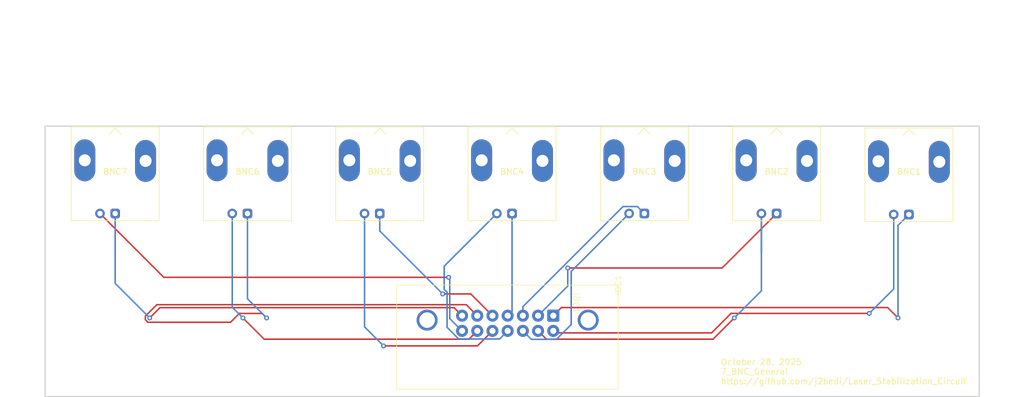
<source format=kicad_pcb>
(kicad_pcb (version 20241229) (generator "pcbnew") (generator_version "9.0")
  (layers (0 "F.Cu" signal) (2 "B.Cu" signal) (13 "F.Paste" user) (15 "B.Paste" user) (5 "F.SilkS" user "F.Silkscreen") (7 "B.SilkS" user "B.Silkscreen") (1 "F.Mask" user) (3 "B.Mask" user) (25 "Edge.Cuts" user))
  (net 0 "")
  (net 1 "Net-(BNC1-In)")
  (net 2 "Net-(BNC1-Ext)")
  (net 3 "Net-(BNC2-In)")
  (net 4 "Net-(BNC2-Ext)")
  (net 5 "Net-(BNC3-In)")
  (net 6 "Net-(BNC3-Ext)")
  (net 7 "Net-(BNC4-In)")
  (net 8 "Net-(BNC4-Ext)")
  (net 9 "Net-(BNC5-In)")
  (net 10 "Net-(BNC5-Ext)")
  (net 11 "Net-(BNC6-In)")
  (net 12 "Net-(BNC6-Ext)")
  (net 13 "Net-(BNC7-Ext)")
  (net 14 "Net-(BNC7-In)")
  (footprint "All_Footprints:BNC new" (layer "F.Cu") (at 233.8967 93.89)
    (property "Reference" "BNC2" (at 0 -7 0) (layer "F.SilkS"))
    (property "Value" "Coaxial Connectors RA, Digikey P/N: WM5514-ND")
    (fp_line (start -7.35 -14.45) (end 7.35 -14.45) (stroke (width 0.12)) (layer "F.SilkS"))
    (fp_line (start -7.35 1.2) (end -7.35 -14.45) (stroke (width 0.12)) (layer "F.SilkS"))
    (fp_line (start 0 -14.25) (end -1 -13.25) (stroke (width 0.12)) (layer "F.SilkS"))
    (fp_line (start 0 -14.25) (end 1 -13.25) (stroke (width 0.12)) (layer "F.SilkS"))
    (fp_line (start 7.35 -14.45) (end 7.35 1.2) (stroke (width 0.12)) (layer "F.SilkS"))
    (fp_line (start 7.35 1.2) (end -7.35 1.2) (stroke (width 0.12)) (layer "F.SilkS"))
    (pad "" thru_hole oval (at -5.08 -8.89) (size 3.5 7) (drill 2.01) (layers "*.Cu" "*.Mask"))
    (pad "" thru_hole oval (at 5.08 -8.79) (size 3.5 7) (drill 2.01) (layers "*.Cu" "*.Mask"))
    (pad "1" thru_hole roundrect (at 0 0) (size 1.6 1.6) (drill 0.89) (layers "*.Cu" "*.Mask") (net 3 "Net-(BNC2-In)"))
    (pad "2" thru_hole circle (at -2.54 0) (size 1.6 1.6) (drill 0.89) (layers "*.Cu" "*.Mask") (net 4 "Net-(BNC2-Ext)"))
  )
  (footprint "All_Footprints:BNC new" (layer "F.Cu") (at 167.5867 93.89)
    (property "Reference" "BNC5" (at 0 -7 0) (layer "F.SilkS"))
    (property "Value" "Coaxial Connectors RA, Digikey P/N: WM5514-ND")
    (fp_line (start -7.35 -14.45) (end 7.35 -14.45) (stroke (width 0.12)) (layer "F.SilkS"))
    (fp_line (start -7.35 1.2) (end -7.35 -14.45) (stroke (width 0.12)) (layer "F.SilkS"))
    (fp_line (start 0 -14.25) (end -1 -13.25) (stroke (width 0.12)) (layer "F.SilkS"))
    (fp_line (start 0 -14.25) (end 1 -13.25) (stroke (width 0.12)) (layer "F.SilkS"))
    (fp_line (start 7.35 -14.45) (end 7.35 1.2) (stroke (width 0.12)) (layer "F.SilkS"))
    (fp_line (start 7.35 1.2) (end -7.35 1.2) (stroke (width 0.12)) (layer "F.SilkS"))
    (pad "" thru_hole oval (at -5.08 -8.89) (size 3.5 7) (drill 2.01) (layers "*.Cu" "*.Mask"))
    (pad "" thru_hole oval (at 5.08 -8.79) (size 3.5 7) (drill 2.01) (layers "*.Cu" "*.Mask"))
    (pad "1" thru_hole roundrect (at 0 0) (size 1.6 1.6) (drill 0.89) (layers "*.Cu" "*.Mask") (net 9 "Net-(BNC5-In)"))
    (pad "2" thru_hole circle (at -2.54 0) (size 1.6 1.6) (drill 0.89) (layers "*.Cu" "*.Mask") (net 10 "Net-(BNC5-Ext)"))
  )
  (footprint "All_Footprints:BNC new" (layer "F.Cu") (at 256 94.05)
    (property "Reference" "BNC1" (at 0 -7.16 0) (layer "F.SilkS"))
    (property "Value" "Coaxial Connectors RA, Digikey P/N: WM5514-ND")
    (fp_line (start -7.35 -14.45) (end 7.35 -14.45) (stroke (width 0.12)) (layer "F.SilkS"))
    (fp_line (start -7.35 1.2) (end -7.35 -14.45) (stroke (width 0.12)) (layer "F.SilkS"))
    (fp_line (start 0 -14.25) (end -1 -13.25) (stroke (width 0.12)) (layer "F.SilkS"))
    (fp_line (start 0 -14.25) (end 1 -13.25) (stroke (width 0.12)) (layer "F.SilkS"))
    (fp_line (start 7.35 -14.45) (end 7.35 1.2) (stroke (width 0.12)) (layer "F.SilkS"))
    (fp_line (start 7.35 1.2) (end -7.35 1.2) (stroke (width 0.12)) (layer "F.SilkS"))
    (pad "" thru_hole oval (at -5.08 -8.89) (size 3.5 7) (drill 2.01) (layers "*.Cu" "*.Mask"))
    (pad "" thru_hole oval (at 5.08 -8.79) (size 3.5 7) (drill 2.01) (layers "*.Cu" "*.Mask"))
    (pad "1" thru_hole roundrect (at 0 0) (size 1.6 1.6) (drill 0.89) (layers "*.Cu" "*.Mask") (net 1 "Net-(BNC1-In)"))
    (pad "2" thru_hole circle (at -2.54 0) (size 1.6 1.6) (drill 0.89) (layers "*.Cu" "*.Mask") (net 2 "Net-(BNC1-Ext)"))
  )
  (footprint "All_Footprints:BNC new" (layer "F.Cu") (at 145.4833 93.89)
    (property "Reference" "BNC6" (at 0 -7 0) (layer "F.SilkS"))
    (property "Value" "Coaxial Connectors RA, Digikey P/N: WM5514-ND")
    (fp_line (start -7.35 -14.45) (end 7.35 -14.45) (stroke (width 0.12)) (layer "F.SilkS"))
    (fp_line (start -7.35 1.2) (end -7.35 -14.45) (stroke (width 0.12)) (layer "F.SilkS"))
    (fp_line (start 0 -14.25) (end -1 -13.25) (stroke (width 0.12)) (layer "F.SilkS"))
    (fp_line (start 0 -14.25) (end 1 -13.25) (stroke (width 0.12)) (layer "F.SilkS"))
    (fp_line (start 7.35 -14.45) (end 7.35 1.2) (stroke (width 0.12)) (layer "F.SilkS"))
    (fp_line (start 7.35 1.2) (end -7.35 1.2) (stroke (width 0.12)) (layer "F.SilkS"))
    (pad "" thru_hole oval (at -5.08 -8.89) (size 3.5 7) (drill 2.01) (layers "*.Cu" "*.Mask"))
    (pad "" thru_hole oval (at 5.08 -8.79) (size 3.5 7) (drill 2.01) (layers "*.Cu" "*.Mask"))
    (pad "1" thru_hole roundrect (at 0 0) (size 1.6 1.6) (drill 0.89) (layers "*.Cu" "*.Mask") (net 11 "Net-(BNC6-In)"))
    (pad "2" thru_hole circle (at -2.54 0) (size 1.6 1.6) (drill 0.89) (layers "*.Cu" "*.Mask") (net 12 "Net-(BNC6-Ext)"))
  )
  (footprint "All_Footprints:BNC new" (layer "F.Cu") (at 189.69 93.89)
    (property "Reference" "BNC4" (at 0 -7 0) (layer "F.SilkS"))
    (property "Value" "Coaxial Connectors RA, Digikey P/N: WM5514-ND")
    (fp_line (start -7.35 -14.45) (end 7.35 -14.45) (stroke (width 0.12)) (layer "F.SilkS"))
    (fp_line (start -7.35 1.2) (end -7.35 -14.45) (stroke (width 0.12)) (layer "F.SilkS"))
    (fp_line (start 0 -14.25) (end -1 -13.25) (stroke (width 0.12)) (layer "F.SilkS"))
    (fp_line (start 0 -14.25) (end 1 -13.25) (stroke (width 0.12)) (layer "F.SilkS"))
    (fp_line (start 7.35 -14.45) (end 7.35 1.2) (stroke (width 0.12)) (layer "F.SilkS"))
    (fp_line (start 7.35 1.2) (end -7.35 1.2) (stroke (width 0.12)) (layer "F.SilkS"))
    (pad "" thru_hole oval (at -5.08 -8.89) (size 3.5 7) (drill 2.01) (layers "*.Cu" "*.Mask"))
    (pad "" thru_hole oval (at 5.08 -8.79) (size 3.5 7) (drill 2.01) (layers "*.Cu" "*.Mask"))
    (pad "1" thru_hole roundrect (at 0 0) (size 1.6 1.6) (drill 0.89) (layers "*.Cu" "*.Mask") (net 7 "Net-(BNC4-In)"))
    (pad "2" thru_hole circle (at -2.54 0) (size 1.6 1.6) (drill 0.89) (layers "*.Cu" "*.Mask") (net 8 "Net-(BNC4-Ext)"))
  )
  (footprint "All_Footprints:BNC new" (layer "F.Cu") (at 123.38 93.89)
    (property "Reference" "BNC7" (at 0 -7 0) (layer "F.SilkS"))
    (property "Value" "Coaxial Connectors RA, Digikey P/N: WM5514-ND")
    (fp_line (start -7.35 -14.45) (end 7.35 -14.45) (stroke (width 0.12)) (layer "F.SilkS"))
    (fp_line (start -7.35 1.2) (end -7.35 -14.45) (stroke (width 0.12)) (layer "F.SilkS"))
    (fp_line (start 0 -14.25) (end -1 -13.25) (stroke (width 0.12)) (layer "F.SilkS"))
    (fp_line (start 0 -14.25) (end 1 -13.25) (stroke (width 0.12)) (layer "F.SilkS"))
    (fp_line (start 7.35 -14.45) (end 7.35 1.2) (stroke (width 0.12)) (layer "F.SilkS"))
    (fp_line (start 7.35 1.2) (end -7.35 1.2) (stroke (width 0.12)) (layer "F.SilkS"))
    (pad "" thru_hole oval (at -5.08 -8.89) (size 3.5 7) (drill 2.01) (layers "*.Cu" "*.Mask"))
    (pad "" thru_hole oval (at 5.08 -8.79) (size 3.5 7) (drill 2.01) (layers "*.Cu" "*.Mask"))
    (pad "1" thru_hole roundrect (at 0 0) (size 1.6 1.6) (drill 0.89) (layers "*.Cu" "*.Mask") (net 14 "Net-(BNC7-In)"))
    (pad "2" thru_hole circle (at -2.54 0) (size 1.6 1.6) (drill 0.89) (layers "*.Cu" "*.Mask") (net 13 "Net-(BNC7-Ext)"))
  )
  (footprint "All_Footprints:Male IDC Connector" (layer "F.Cu") (at 207.42 105.85 -90)
    (property "Reference" "IDC1" (at 3 7 270) (layer "F.SilkS") (effects (font (thickness 0.1))))
    (property "Value" "Male 14 Position IDC Connector, Digikey P/N: 609-5970-ND" (hide yes))
    (fp_line (start 0 37) (end 17.4 37) (stroke (width 0.1)) (layer "F.SilkS"))
    (fp_line (start 17.4 36.92) (end 17.4 0) (stroke (width 0.1)) (layer "F.SilkS"))
    (fp_line (start 0 0) (end 0 36.92) (stroke (width 0.1)) (layer "F.SilkS"))
    (fp_line (start 0 0) (end 17.4 0) (stroke (width 0.1)) (layer "F.SilkS"))
    (fp_text user "${REFERENCE}" (at 0 0 270) (layer "F.SilkS") (effects (font (thickness 0.1))))
    (pad "1" thru_hole roundrect (at 5.11 10.84 270) (size 2 2) (drill 1.02) (layers "*.Cu" "*.Mask") (roundrect_rratio 0.1) (net 1 "Net-(BNC1-In)"))
    (pad "2" thru_hole circle (at 5.11 13.38 270) (size 2 2) (drill 1.02) (layers "*.Cu" "*.Mask") (net 3 "Net-(BNC2-In)"))
    (pad "3" thru_hole circle (at 5.11 15.92 270) (size 2 2) (drill 1.02) (layers "*.Cu" "*.Mask") (net 5 "Net-(BNC3-In)"))
    (pad "4" thru_hole circle (at 5.11 18.46 270) (size 2 2) (drill 1.02) (layers "*.Cu" "*.Mask") (net 7 "Net-(BNC4-In)"))
    (pad "5" thru_hole circle (at 5.11 21 270) (size 2 2) (drill 1.02) (layers "*.Cu" "*.Mask") (net 9 "Net-(BNC5-In)"))
    (pad "6" thru_hole circle (at 5.11 23.54 270) (size 2 2) (drill 1.02) (layers "*.Cu" "*.Mask") (net 11 "Net-(BNC6-In)"))
    (pad "7" thru_hole circle (at 5.11 26.08 270) (size 2 2) (drill 1.02) (layers "*.Cu" "*.Mask") (net 14 "Net-(BNC7-In)"))
    (pad "8" thru_hole circle (at 7.65 10.84 270) (size 2 2) (drill 1.02) (layers "*.Cu" "*.Mask") (net 2 "Net-(BNC1-Ext)"))
    (pad "9" thru_hole circle (at 7.65 13.38 270) (size 2 2) (drill 1.02) (layers "*.Cu" "*.Mask") (net 4 "Net-(BNC2-Ext)"))
    (pad "10" thru_hole circle (at 7.65 15.92 270) (size 2 2) (drill 1.02) (layers "*.Cu" "*.Mask") (net 6 "Net-(BNC3-Ext)"))
    (pad "11" thru_hole circle (at 7.65 18.46 270) (size 2 2) (drill 1.02) (layers "*.Cu" "*.Mask") (net 8 "Net-(BNC4-Ext)"))
    (pad "12" thru_hole circle (at 7.65 21 270) (size 2 2) (drill 1.02) (layers "*.Cu" "*.Mask") (net 10 "Net-(BNC5-Ext)"))
    (pad "13" thru_hole circle (at 7.65 23.54 270) (size 2 2) (drill 1.02) (layers "*.Cu" "*.Mask") (net 12 "Net-(BNC6-Ext)"))
    (pad "14" thru_hole circle (at 7.65 26.08 270) (size 2 2) (drill 1.02) (layers "*.Cu" "*.Mask") (net 13 "Net-(BNC7-Ext)"))
    (pad "MH" thru_hole circle (at 5.85 5 270) (size 3.5 3.5) (drill 2.6) (layers "*.Cu" "*.Mask"))
    (pad "MH" thru_hole circle (at 5.85 31.92 270) (size 3.5 3.5) (drill 2.6) (layers "*.Cu" "*.Mask"))
  )
  (footprint "All_Footprints:BNC new" (layer "F.Cu") (at 211.7933 93.89)
    (property "Reference" "BNC3" (at 0 -7 0) (layer "F.SilkS"))
    (property "Value" "Coaxial Connectors RA, Digikey P/N: WM5514-ND")
    (fp_line (start -7.35 -14.45) (end 7.35 -14.45) (stroke (width 0.12)) (layer "F.SilkS"))
    (fp_line (start -7.35 1.2) (end -7.35 -14.45) (stroke (width 0.12)) (layer "F.SilkS"))
    (fp_line (start 0 -14.25) (end -1 -13.25) (stroke (width 0.12)) (layer "F.SilkS"))
    (fp_line (start 0 -14.25) (end 1 -13.25) (stroke (width 0.12)) (layer "F.SilkS"))
    (fp_line (start 7.35 -14.45) (end 7.35 1.2) (stroke (width 0.12)) (layer "F.SilkS"))
    (fp_line (start 7.35 1.2) (end -7.35 1.2) (stroke (width 0.12)) (layer "F.SilkS"))
    (pad "" thru_hole oval (at -5.08 -8.89) (size 3.5 7) (drill 2.01) (layers "*.Cu" "*.Mask"))
    (pad "" thru_hole oval (at 5.08 -8.79) (size 3.5 7) (drill 2.01) (layers "*.Cu" "*.Mask"))
    (pad "1" thru_hole roundrect (at 0 0) (size 1.6 1.6) (drill 0.89) (layers "*.Cu" "*.Mask") (net 5 "Net-(BNC3-In)"))
    (pad "2" thru_hole circle (at -2.54 0) (size 1.6 1.6) (drill 0.89) (layers "*.Cu" "*.Mask") (net 6 "Net-(BNC3-Ext)"))
  )
  (gr_rect (start 111.67 79.29) (end 267.75 124.47) (stroke (width 0.2)) (fill no) (layer "Edge.Cuts"))
  (gr_text "October 28, 2025\n7_BNC_General\nhttps://github.com/j2bedi/Laser_Stabilization_Circuit" (at 224.5 122.5 0) (layer "F.SilkS") (effects (font (size 1 1)) (justify left bottom)))
  (segment (start 197.939 109.601) (end 252.443 109.601) (width 0.25) (layer "F.Cu") (net 1))
  (segment (start 252.443 109.601) (end 254.176 111.334) (width 0.25) (layer "F.Cu") (net 1))
  (segment (start 196.58 110.96) (end 197.939 109.601) (width 0.25) (layer "F.Cu") (net 1))
  (via (at 254.176 111.334) (size 0.8) (drill 0.4) (layers "F.Cu" "B.Cu") (net 1))
  (segment (start 254.176 111.334) (end 254.176 95.8745) (width 0.25) (layer "B.Cu") (net 1))
  (segment (start 254.176 95.8745) (end 256 94.05) (width 0.25) (layer "B.Cu") (net 1))
  (segment (start 226.281 110.579) (end 249.372 110.579) (width 0.25) (layer "F.Cu") (net 2))
  (segment (start 196.58 113.5) (end 196.916 113.836) (width 0.25) (layer "F.Cu") (net 2))
  (segment (start 223.024 113.836) (end 226.281 110.579) (width 0.25) (layer "F.Cu") (net 2))
  (segment (start 196.916 113.836) (end 223.024 113.836) (width 0.25) (layer "F.Cu") (net 2))
  (via (at 249.372 110.579) (size 0.8) (drill 0.4) (layers "F.Cu" "B.Cu") (net 2))
  (segment (start 249.372 110.579) (end 253.46 106.49) (width 0.25) (layer "B.Cu") (net 2))
  (segment (start 253.46 106.49) (end 253.46 94.05) (width 0.25) (layer "B.Cu") (net 2))
  (segment (start 233.8967 93.89) (end 233.8968 93.8901) (width 0.25) (layer "F.Cu") (net 3))
  (segment (start 233.8968 93.8901) (end 224.796 102.99) (width 0.25) (layer "F.Cu") (net 3))
  (segment (start 233.897 93.89) (end 233.8968 93.8901) (width 0.25) (layer "F.Cu") (net 3))
  (segment (start 224.796 102.99) (end 198.996 102.99) (width 0.25) (layer "F.Cu") (net 3))
  (via (at 198.996 102.99) (size 0.8) (drill 0.4) (layers "F.Cu" "B.Cu") (net 3))
  (segment (start 198.996 106.004) (end 194.04 110.96) (width 0.25) (layer "B.Cu") (net 3))
  (segment (start 198.996 102.99) (end 198.996 106.004) (width 0.25) (layer "B.Cu") (net 3))
  (segment (start 223.274 114.887) (end 226.826 111.334) (width 0.25) (layer "F.Cu") (net 4))
  (segment (start 194.04 113.5) (end 195.427 114.887) (width 0.25) (layer "F.Cu") (net 4))
  (segment (start 195.427 114.887) (end 223.274 114.887) (width 0.25) (layer "F.Cu") (net 4))
  (via (at 226.826 111.334) (size 0.8) (drill 0.4) (layers "F.Cu" "B.Cu") (net 4))
  (segment (start 231.357 106.804) (end 231.357 100.347) (width 0.25) (layer "B.Cu") (net 4))
  (segment (start 231.357 100.347) (end 231.357 93.89) (width 0.25) (layer "B.Cu") (net 4))
  (segment (start 231.3567 100.3467) (end 231.3567 93.89) (width 0.25) (layer "B.Cu") (net 4))
  (segment (start 231.357 100.347) (end 231.3567 100.3467) (width 0.25) (layer "B.Cu") (net 4))
  (segment (start 226.826 111.334) (end 231.357 106.804) (width 0.25) (layer "B.Cu") (net 4))
  (segment (start 211.7933 93.89) (end 211.793 93.89) (width 0.25) (layer "B.Cu") (net 5))
  (segment (start 211.793 93.89) (end 210.628 92.7248) (width 0.25) (layer "B.Cu") (net 5))
  (segment (start 210.628 92.7248) (end 208.234 92.7248) (width 0.25) (layer "B.Cu") (net 5))
  (segment (start 191.5 109.459) (end 191.5 110.96) (width 0.25) (layer "B.Cu") (net 5))
  (segment (start 208.234 92.7248) (end 191.5 109.459) (width 0.25) (layer "B.Cu") (net 5))
  (segment (start 192.913 114.913) (end 197.102 114.913) (width 0.25) (layer "B.Cu") (net 6))
  (segment (start 197.102 114.913) (end 199.575 112.441) (width 0.25) (layer "B.Cu") (net 6))
  (segment (start 199.575 103.569) (end 209.253 93.89) (width 0.25) (layer "B.Cu") (net 6))
  (segment (start 199.575 112.441) (end 199.575 103.569) (width 0.25) (layer "B.Cu") (net 6))
  (segment (start 209.2533 93.89) (end 209.253 93.89) (width 0.25) (layer "B.Cu") (net 6))
  (segment (start 191.5 113.5) (end 192.913 114.913) (width 0.25) (layer "B.Cu") (net 6))
  (segment (start 189.69 110.23) (end 189.69 93.89) (width 0.25) (layer "B.Cu") (net 7))
  (segment (start 188.96 110.96) (end 189.69 110.23) (width 0.25) (layer "B.Cu") (net 7))
  (segment (start 178.349 102.691) (end 187.15 93.89) (width 0.25) (layer "B.Cu") (net 8))
  (segment (start 188.96 113.5) (end 187.607 114.853) (width 0.25) (layer "B.Cu") (net 8))
  (segment (start 178.349 106.543) (end 178.349 102.691) (width 0.25) (layer "B.Cu") (net 8))
  (segment (start 178.833 112.911) (end 178.833 107.027) (width 0.25) (layer "B.Cu") (net 8))
  (segment (start 178.833 107.027) (end 178.349 106.543) (width 0.25) (layer "B.Cu") (net 8))
  (segment (start 187.607 114.853) (end 180.775 114.853) (width 0.25) (layer "B.Cu") (net 8))
  (segment (start 180.775 114.853) (end 178.833 112.911) (width 0.25) (layer "B.Cu") (net 8))
  (segment (start 182.788 107.328) (end 178.106 107.328) (width 0.25) (layer "F.Cu") (net 9))
  (segment (start 186.42 110.96) (end 182.788 107.328) (width 0.25) (layer "F.Cu") (net 9))
  (via (at 178.106 107.328) (size 0.8) (drill 0.4) (layers "F.Cu" "B.Cu") (net 9))
  (segment (start 167.587 95.3492) (end 167.587 93.89) (width 0.25) (layer "B.Cu") (net 9))
  (segment (start 167.587 95.3492) (end 167.5867 95.3489) (width 0.25) (layer "B.Cu") (net 9))
  (segment (start 167.5867 95.3489) (end 167.5867 93.89) (width 0.25) (layer "B.Cu") (net 9))
  (segment (start 167.587 96.8084) (end 167.587 95.3492) (width 0.25) (layer "B.Cu") (net 9))
  (segment (start 178.106 107.328) (end 167.587 96.8084) (width 0.25) (layer "B.Cu") (net 9))
  (segment (start 183.911 116.009) (end 168.222 116.009) (width 0.25) (layer "F.Cu") (net 10))
  (segment (start 186.42 113.5) (end 183.911 116.009) (width 0.25) (layer "F.Cu") (net 10))
  (via (at 168.222 116.009) (size 0.8) (drill 0.4) (layers "F.Cu" "B.Cu") (net 10))
  (segment (start 165.047 112.834) (end 165.047 93.89) (width 0.25) (layer "B.Cu") (net 10))
  (segment (start 168.222 116.009) (end 165.047 112.834) (width 0.25) (layer "B.Cu") (net 10))
  (segment (start 165.0467 93.89) (end 165.047 93.89) (width 0.25) (layer "B.Cu") (net 10))
  (segment (start 128.425 111.033) (end 130.338 109.12) (width 0.25) (layer "F.Cu") (net 11))
  (segment (start 182.04 109.12) (end 183.88 110.96) (width 0.25) (layer "F.Cu") (net 11))
  (segment (start 142.652 112.061) (end 128.851 112.061) (width 0.25) (layer "F.Cu") (net 11))
  (segment (start 147.94 110.588) (end 144.125 110.588) (width 0.25) (layer "F.Cu") (net 11))
  (segment (start 148.686 111.334) (end 147.94 110.588) (width 0.25) (layer "F.Cu") (net 11))
  (segment (start 128.425 111.635) (end 128.425 111.033) (width 0.25) (layer "F.Cu") (net 11))
  (segment (start 144.125 110.588) (end 142.652 112.061) (width 0.25) (layer "F.Cu") (net 11))
  (segment (start 128.851 112.061) (end 128.425 111.635) (width 0.25) (layer "F.Cu") (net 11))
  (segment (start 130.338 109.12) (end 182.04 109.12) (width 0.25) (layer "F.Cu") (net 11))
  (via (at 148.686 111.334) (size 0.8) (drill 0.4) (layers "F.Cu" "B.Cu") (net 11))
  (segment (start 145.4833 93.89) (end 145.483 93.89) (width 0.25) (layer "B.Cu") (net 11))
  (segment (start 148.686 111.334) (end 145.483 108.131) (width 0.25) (layer "B.Cu") (net 11))
  (segment (start 145.483 108.131) (end 145.483 93.89) (width 0.25) (layer "B.Cu") (net 11))
  (segment (start 148.275 114.887) (end 144.722 111.334) (width 0.25) (layer "F.Cu") (net 12))
  (segment (start 183.88 113.5) (end 182.493 114.887) (width 0.25) (layer "F.Cu") (net 12))
  (segment (start 182.493 114.887) (end 148.275 114.887) (width 0.25) (layer "F.Cu") (net 12))
  (via (at 144.722 111.334) (size 0.8) (drill 0.4) (layers "F.Cu" "B.Cu") (net 12))
  (segment (start 142.943 109.555) (end 142.943 93.89) (width 0.25) (layer "B.Cu") (net 12))
  (segment (start 144.722 111.334) (end 142.943 109.555) (width 0.25) (layer "B.Cu") (net 12))
  (segment (start 142.9433 93.89) (end 142.943 93.89) (width 0.25) (layer "B.Cu") (net 12))
  (segment (start 120.84 93.89) (end 131.503 104.553) (width 0.25) (layer "F.Cu") (net 13))
  (segment (start 131.503 104.553) (end 179.097 104.553) (width 0.25) (layer "F.Cu") (net 13))
  (via (at 179.097 104.553) (size 0.8) (drill 0.4) (layers "F.Cu" "B.Cu") (net 13))
  (segment (start 179.285 104.74) (end 179.097 104.553) (width 0.25) (layer "B.Cu") (net 13))
  (segment (start 179.285 111.445) (end 179.285 104.74) (width 0.25) (layer "B.Cu") (net 13))
  (segment (start 181.34 113.5) (end 179.285 111.445) (width 0.25) (layer "B.Cu") (net 13))
  (segment (start 181.34 110.96) (end 180 109.62) (width 0.25) (layer "F.Cu") (net 14))
  (segment (start 180 109.62) (end 130.865 109.62) (width 0.25) (layer "F.Cu") (net 14))
  (segment (start 130.865 109.62) (end 129.152 111.334) (width 0.25) (layer "F.Cu") (net 14))
  (via (at 129.152 111.334) (size 0.8) (drill 0.4) (layers "F.Cu" "B.Cu") (net 14))
  (segment (start 129.152 111.334) (end 123.38 105.562) (width 0.25) (layer "B.Cu") (net 14))
  (segment (start 123.38 105.562) (end 123.38 93.89) (width 0.25) (layer "B.Cu") (net 14))
)
</source>
